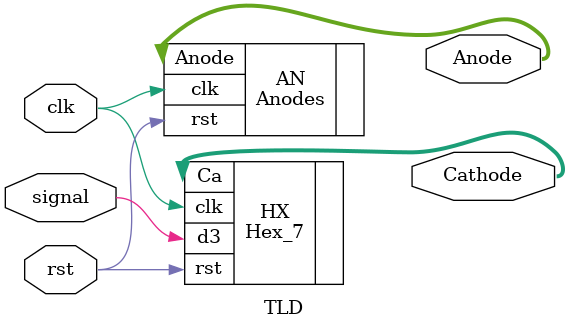
<source format=v>
`timescale 1ns / 1ps
module TLD(clk, rst, Anode, Cathode, signal);
	input clk, rst, signal;
	output [7:0] Anode, Cathode;
	wire [7:0] Anode, Cathode;
	
	Anodes AN (.clk(clk),
				.rst(rst), 
				.Anode(Anode));
	
	Hex_7 HX (.clk(clk),
				.rst(rst),
				.Ca(Cathode),
				.d3(signal));

endmodule

</source>
